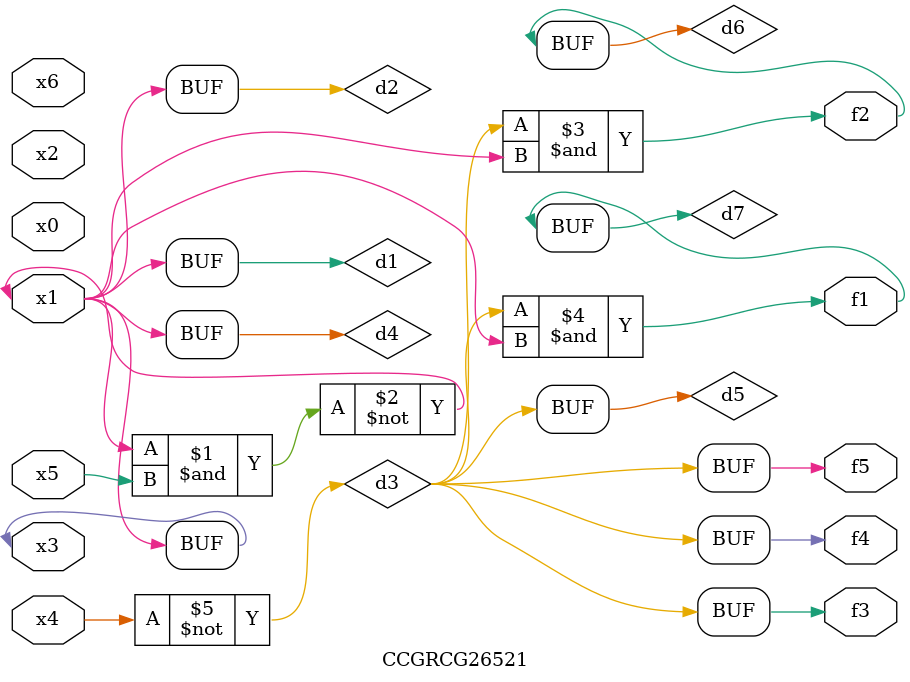
<source format=v>
module CCGRCG26521(
	input x0, x1, x2, x3, x4, x5, x6,
	output f1, f2, f3, f4, f5
);

	wire d1, d2, d3, d4, d5, d6, d7;

	buf (d1, x1, x3);
	nand (d2, x1, x5);
	not (d3, x4);
	buf (d4, d1, d2);
	buf (d5, d3);
	and (d6, d3, d4);
	and (d7, d3, d4);
	assign f1 = d7;
	assign f2 = d6;
	assign f3 = d5;
	assign f4 = d5;
	assign f5 = d5;
endmodule

</source>
